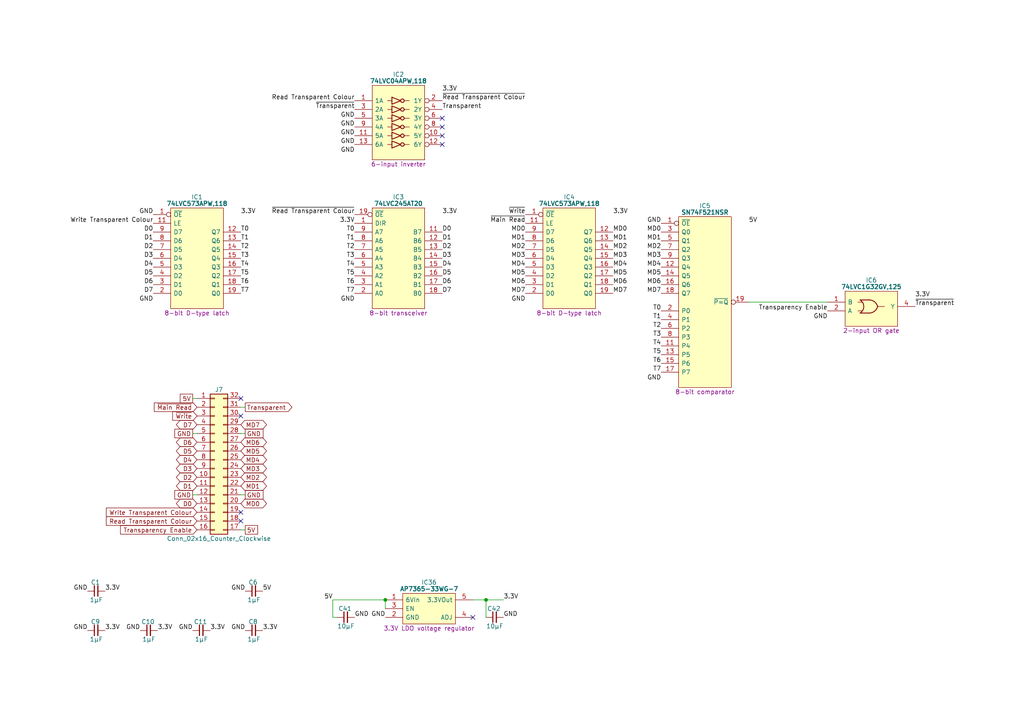
<source format=kicad_sch>
(kicad_sch (version 20231120) (generator "eeschema") (generator_version "8.0")
  (paper "A4")
  (title_block (title "Graphics Signals") (date "2024-09-05") (rev "V0"))
  (lib_symbols
    (symbol "Connector_Generic:Conn_02x16_Counter_Clockwise" (pin_names (offset 1.016) hide)
      (property "Reference" "J" (at 1.27 20.32 0))
      (property "Value" "Conn_02x16_Counter_Clockwise" (at 1.27 -22.86 0))
      (symbol "Conn_02x16_Counter_Clockwise_1_1"
        (rectangle (start -1.27 -20.193) (end 0 -20.447) (stroke (width 0.1524)))
        (rectangle (start -1.27 -17.653) (end 0 -17.907) (stroke (width 0.1524)))
        (rectangle (start -1.27 -15.113) (end 0 -15.367) (stroke (width 0.1524)))
        (rectangle (start -1.27 -12.573) (end 0 -12.827) (stroke (width 0.1524)))
        (rectangle (start -1.27 -10.033) (end 0 -10.287) (stroke (width 0.1524)))
        (rectangle (start -1.27 -7.493) (end 0 -7.747) (stroke (width 0.1524)))
        (rectangle (start -1.27 -4.953) (end 0 -5.207) (stroke (width 0.1524)))
        (rectangle (start -1.27 -2.413) (end 0 -2.667) (stroke (width 0.1524)))
        (rectangle (start -1.27 0.127) (end 0 -0.127) (stroke (width 0.1524)))
        (rectangle (start -1.27 2.667) (end 0 2.413) (stroke (width 0.1524)))
        (rectangle (start -1.27 5.207) (end 0 4.953) (stroke (width 0.1524)))
        (rectangle (start -1.27 7.747) (end 0 7.493) (stroke (width 0.1524)))
        (rectangle (start -1.27 10.287) (end 0 10.033) (stroke (width 0.1524)))
        (rectangle (start -1.27 12.827) (end 0 12.573) (stroke (width 0.1524)))
        (rectangle (start -1.27 15.367) (end 0 15.113) (stroke (width 0.1524)))
        (rectangle (start -1.27 17.907) (end 0 17.653) (stroke (width 0.1524)))
        (rectangle (start -1.27 19.05) (end 3.81 -21.59) (stroke (width 0.254)) (fill (type background)))
        (rectangle (start 3.81 -20.193) (end 2.54 -20.447) (stroke (width 0.1524)))
        (rectangle (start 3.81 -17.653) (end 2.54 -17.907) (stroke (width 0.1524)))
        (rectangle (start 3.81 -15.113) (end 2.54 -15.367) (stroke (width 0.1524)))
        (rectangle (start 3.81 -12.573) (end 2.54 -12.827) (stroke (width 0.1524)))
        (rectangle (start 3.81 -10.033) (end 2.54 -10.287) (stroke (width 0.1524)))
        (rectangle (start 3.81 -7.493) (end 2.54 -7.747) (stroke (width 0.1524)))
        (rectangle (start 3.81 -4.953) (end 2.54 -5.207) (stroke (width 0.1524)))
        (rectangle (start 3.81 -2.413) (end 2.54 -2.667) (stroke (width 0.1524)))
        (rectangle (start 3.81 0.127) (end 2.54 -0.127) (stroke (width 0.1524)))
        (rectangle (start 3.81 2.667) (end 2.54 2.413) (stroke (width 0.1524)))
        (rectangle (start 3.81 5.207) (end 2.54 4.953) (stroke (width 0.1524)))
        (rectangle (start 3.81 7.747) (end 2.54 7.493) (stroke (width 0.1524)))
        (rectangle (start 3.81 10.287) (end 2.54 10.033) (stroke (width 0.1524)))
        (rectangle (start 3.81 12.827) (end 2.54 12.573) (stroke (width 0.1524)))
        (rectangle (start 3.81 15.367) (end 2.54 15.113) (stroke (width 0.1524)))
        (rectangle (start 3.81 17.907) (end 2.54 17.653) (stroke (width 0.1524)))
        (pin passive line (at -5.08 17.78 0) (length 3.81) (name "Pin_1") (number "1"))
        (pin passive line (at -5.08 -5.08 0) (length 3.81) (name "Pin_10") (number "10"))
        (pin passive line (at -5.08 -7.62 0) (length 3.81) (name "Pin_11") (number "11"))
        (pin passive line (at -5.08 -10.16 0) (length 3.81) (name "Pin_12") (number "12"))
        (pin passive line (at -5.08 -12.7 0) (length 3.81) (name "Pin_13") (number "13"))
        (pin passive line (at -5.08 -15.24 0) (length 3.81) (name "Pin_14") (number "14"))
        (pin passive line (at -5.08 -17.78 0) (length 3.81) (name "Pin_15") (number "15"))
        (pin passive line (at -5.08 -20.32 0) (length 3.81) (name "Pin_16") (number "16"))
        (pin passive line (at 7.62 -20.32 180) (length 3.81) (name "Pin_17") (number "17"))
        (pin passive line (at 7.62 -17.78 180) (length 3.81) (name "Pin_18") (number "18"))
        (pin passive line (at 7.62 -15.24 180) (length 3.81) (name "Pin_19") (number "19"))
        (pin passive line (at -5.08 15.24 0) (length 3.81) (name "Pin_2") (number "2"))
        (pin passive line (at 7.62 -12.7 180) (length 3.81) (name "Pin_20") (number "20"))
        (pin passive line (at 7.62 -10.16 180) (length 3.81) (name "Pin_21") (number "21"))
        (pin passive line (at 7.62 -7.62 180) (length 3.81) (name "Pin_22") (number "22"))
        (pin passive line (at 7.62 -5.08 180) (length 3.81) (name "Pin_23") (number "23"))
        (pin passive line (at 7.62 -2.54 180) (length 3.81) (name "Pin_24") (number "24"))
        (pin passive line (at 7.62 0 180) (length 3.81) (name "Pin_25") (number "25"))
        (pin passive line (at 7.62 2.54 180) (length 3.81) (name "Pin_26") (number "26"))
        (pin passive line (at 7.62 5.08 180) (length 3.81) (name "Pin_27") (number "27"))
        (pin passive line (at 7.62 7.62 180) (length 3.81) (name "Pin_28") (number "28"))
        (pin passive line (at 7.62 10.16 180) (length 3.81) (name "Pin_29") (number "29"))
        (pin passive line (at -5.08 12.7 0) (length 3.81) (name "Pin_3") (number "3"))
        (pin passive line (at 7.62 12.7 180) (length 3.81) (name "Pin_30") (number "30"))
        (pin passive line (at 7.62 15.24 180) (length 3.81) (name "Pin_31") (number "31"))
        (pin passive line (at 7.62 17.78 180) (length 3.81) (name "Pin_32") (number "32"))
        (pin passive line (at -5.08 10.16 0) (length 3.81) (name "Pin_4") (number "4"))
        (pin passive line (at -5.08 7.62 0) (length 3.81) (name "Pin_5") (number "5"))
        (pin passive line (at -5.08 5.08 0) (length 3.81) (name "Pin_6") (number "6"))
        (pin passive line (at -5.08 2.54 0) (length 3.81) (name "Pin_7") (number "7"))
        (pin passive line (at -5.08 0 0) (length 3.81) (name "Pin_8") (number "8"))
        (pin passive line (at -5.08 -2.54 0) (length 3.81) (name "Pin_9") (number "9"))
      )
    )
    (symbol "Diodes_Inc:74LVC245AT20" (pin_names (offset 0.762))
      (property "Reference" "IC" (at 12.7 5.08 0))
      (property "Value" "74LVC245AT20" (at 12.7 3.175 0))
      (property "Description" "8-bit transceiver" (at 12.7 -28.575 0))
      (symbol "74LVC245AT20_0_0"
        (pin input line (at 0 -2.54 0) (length 5.08) (name "DIR") (number "1"))
        (pin passive line (at 0 -25.4 0) (length 5.08) hide (name "GND") (number "10"))
        (pin tri_state line (at 25.4 -5.08 180) (length 5.08) (name "B7") (number "11"))
        (pin tri_state line (at 25.4 -7.62 180) (length 5.08) (name "B6") (number "12"))
        (pin tri_state line (at 25.4 -10.16 180) (length 5.08) (name "B5") (number "13"))
        (pin tri_state line (at 25.4 -12.7 180) (length 5.08) (name "B4") (number "14"))
        (pin tri_state line (at 25.4 -15.24 180) (length 5.08) (name "B3") (number "15"))
        (pin tri_state line (at 25.4 -17.78 180) (length 5.08) (name "B2") (number "16"))
        (pin tri_state line (at 25.4 -20.32 180) (length 5.08) (name "B1") (number "17"))
        (pin tri_state line (at 25.4 -22.86 180) (length 5.08) (name "B0") (number "18"))
        (pin input inverted (at 0 0 0) (length 5.08) (name "~{OE}") (number "19"))
        (pin tri_state line (at 0 -22.86 0) (length 5.08) (name "A0") (number "2"))
        (pin tri_state line (at 0 -20.32 0) (length 5.08) (name "A1") (number "3"))
        (pin tri_state line (at 0 -17.78 0) (length 5.08) (name "A2") (number "4"))
        (pin tri_state line (at 0 -15.24 0) (length 5.08) (name "A3") (number "5"))
        (pin tri_state line (at 0 -12.7 0) (length 5.08) (name "A4") (number "6"))
        (pin tri_state line (at 0 -10.16 0) (length 5.08) (name "A5") (number "7"))
        (pin tri_state line (at 0 -7.62 0) (length 5.08) (name "A6") (number "8"))
        (pin tri_state line (at 0 -5.08 0) (length 5.08) (name "A7") (number "9"))
      )
      (symbol "74LVC245AT20_0_1"
        (polyline (pts (xy 5.08 1.905) (xy 20.32 1.905) (xy 20.32 -27.305) (xy 5.08 -27.305) (xy 5.08 1.905)) (stroke (width 0.1524)) (fill (type background)))
      )
      (symbol "74LVC245AT20_1_0"
        (pin passive line (at 25.4 0 180) (length 5.08) hide (name "3V") (number "20"))
      )
    )
    (symbol "Diodes_Inc:AP7365-33WG-7" (pin_names (offset 0.762))
      (property "Reference" "IC" (at 12.7 5.08 0))
      (property "Value" "AP7365-33WG-7" (at 12.7 3.175 0))
      (property "Description" "3.3V LDO voltage regulator" (at 12.7 -8.255 0))
      (symbol "AP7365-33WG-7_0_0"
        (pin passive line (at 0 -5.08 0) (length 5.08) (name "GND") (number "2"))
        (pin input line (at 0 -2.54 0) (length 5.08) (name "EN") (number "3"))
        (pin passive line (at 25.4 -5.08 180) (length 5.08) (name "ADJ") (number "4"))
      )
      (symbol "AP7365-33WG-7_0_1"
        (polyline (pts (xy 5.08 1.905) (xy 20.32 1.905) (xy 20.32 -6.985) (xy 5.08 -6.985) (xy 5.08 1.905)) (fill (type background)))
      )
      (symbol "AP7365-33WG-7_1_0"
        (pin passive line (at 0 0 0) (length 5.08) (name "6VIn") (number "1"))
        (pin passive line (at 25.4 0 180) (length 5.08) (name "3.3VOut") (number "5"))
      )
    )
    (symbol "HCP65:C_0805" (pin_numbers hide) (pin_names (offset 0.254) hide)
      (property "Reference" "C" (at 2.286 2.54 0))
      (property "Value" "?μF" (at 2.54 -2.54 0))
      (symbol "C_0805_0_1"
        (polyline (pts (xy 1.9685 -1.4605) (xy 1.9685 1.5875)) (stroke (width 0.3048)))
        (polyline (pts (xy 2.9845 -1.4605) (xy 2.9845 1.5875)) (stroke (width 0.3302)))
      )
      (symbol "C_0805_1_1"
        (pin passive line (at 0 0 0) (length 2.032) (name "~") (number "1"))
        (pin passive line (at 5.08 0 180) (length 2.032) (name "~") (number "2"))
      )
    )
    (symbol "Nexperia:74LVC04APW,118" (pin_names (offset 0.762))
      (property "Reference" "IC" (at 12.7 7.62 0))
      (property "Value" "74LVC04APW,118" (at 12.7 5.715 0))
      (property "Description" "6-input inverter" (at 12.7 -18.415 0))
      (symbol "74LVC04APW,118_0_0"
        (pin input line (at 0 0 0) (length 5.08) (name "1A") (number "1"))
        (pin output inverted (at 25.4 -10.16 180) (length 5.08) (name "5Y") (number "10"))
        (pin input line (at 0 -10.16 0) (length 5.08) (name "5A") (number "11"))
        (pin output inverted (at 25.4 -12.7 180) (length 5.08) (name "6Y") (number "12"))
        (pin input line (at 0 -12.7 0) (length 5.08) (name "6A") (number "13"))
        (pin passive line (at 25.4 2.54 180) (length 5.08) hide (name "3V") (number "14"))
        (pin output inverted (at 25.4 0 180) (length 5.08) (name "1Y") (number "2"))
        (pin input line (at 0 -2.54 0) (length 5.08) (name "2A") (number "3"))
        (pin output inverted (at 25.4 -2.54 180) (length 5.08) (name "2Y") (number "4"))
        (pin input line (at 0 -5.08 0) (length 5.08) (name "3A") (number "5"))
        (pin output inverted (at 25.4 -5.08 180) (length 5.08) (name "3Y") (number "6"))
        (pin passive line (at 0 -15.24 0) (length 5.08) hide (name "GND") (number "7"))
        (pin output inverted (at 25.4 -7.62 180) (length 5.08) (name "4Y") (number "8"))
        (pin input line (at 0 -7.62 0) (length 5.08) (name "4A") (number "9"))
      )
      (symbol "74LVC04APW,118_0_1"
        (polyline (pts (xy 9.525 -12.7) (xy 10.7949 -12.7)))
        (polyline (pts (xy 9.525 -10.16) (xy 10.7949 -10.16)))
        (polyline (pts (xy 9.525 -7.62) (xy 10.7949 -7.62)))
        (polyline (pts (xy 9.525 -5.08) (xy 10.7949 -5.08)))
        (polyline (pts (xy 9.525 -2.54) (xy 10.7949 -2.54)))
        (polyline (pts (xy 9.525 0) (xy 10.7949 0)))
        (polyline (pts (xy 14.351 -12.7) (xy 15.875 -12.7)))
        (polyline (pts (xy 14.351 -10.16) (xy 15.875 -10.16)))
        (polyline (pts (xy 14.351 -7.62) (xy 15.875 -7.62)))
        (polyline (pts (xy 14.351 -5.08) (xy 15.875 -5.08)))
        (polyline (pts (xy 14.351 -2.54) (xy 15.875 -2.54)))
        (polyline (pts (xy 14.351 0) (xy 15.875 0)))
        (polyline (pts (xy 10.795 -13.716) (xy 13.335 -12.7) (xy 10.795 -11.684)) (stroke (width 0.254)))
        (polyline (pts (xy 10.795 -11.176) (xy 13.335 -10.16) (xy 10.795 -9.144)) (stroke (width 0.254)))
        (polyline (pts (xy 10.795 -8.636) (xy 13.335 -7.62) (xy 10.795 -6.604)) (stroke (width 0.254)))
        (polyline (pts (xy 10.795 -6.096) (xy 13.335 -5.08) (xy 10.795 -4.064)) (stroke (width 0.254)))
        (polyline (pts (xy 10.795 -3.556) (xy 13.335 -2.54) (xy 10.795 -1.524)) (stroke (width 0.254)))
        (polyline (pts (xy 10.795 -1.016) (xy 13.335 0) (xy 10.795 1.016)) (stroke (width 0.254)))
        (polyline (pts (xy 5.08 4.445) (xy 20.32 4.445) (xy 20.32 -17.145) (xy 5.08 -17.145) (xy 5.08 4.445)) (stroke (width 0.1524)) (fill (type background)))
        (rectangle (start 10.795 -11.684) (end 10.795 -13.716) (stroke (width 0.254)) (fill (type background)))
        (rectangle (start 10.795 -9.144) (end 10.795 -11.176) (stroke (width 0.254)) (fill (type background)))
        (rectangle (start 10.795 -6.604) (end 10.795 -8.636) (stroke (width 0.254)) (fill (type background)))
        (rectangle (start 10.795 -4.064) (end 10.795 -6.096) (stroke (width 0.254)) (fill (type background)))
        (rectangle (start 10.795 -1.524) (end 10.795 -3.556) (stroke (width 0.254)) (fill (type background)))
        (rectangle (start 10.795 1.016) (end 10.795 -1.016) (stroke (width 0.254)) (fill (type background)))
        (circle (center 13.843 -12.7) (radius 0.508) (stroke (width 0.254)))
        (circle (center 13.843 -10.16) (radius 0.508) (stroke (width 0.254)))
        (circle (center 13.843 -7.62) (radius 0.508) (stroke (width 0.254)))
        (circle (center 13.843 -5.08) (radius 0.508) (stroke (width 0.254)))
        (circle (center 13.843 -2.54) (radius 0.508) (stroke (width 0.254)))
        (circle (center 13.843 0) (radius 0.508) (stroke (width 0.254)))
      )
    )
    (symbol "Nexperia:74LVC1G32GV,125" (pin_names (offset 0.762))
      (property "Reference" "IC" (at 12.7 6.35 0))
      (property "Value" "74LVC1G32GV,125" (at 12.7 4.445 0))
      (property "Description" "2-input OR gate" (at 12.7 -8.255 0))
      (symbol "74LVC1G32GV,125_0_0"
        (pin input line (at 0 0 0) (length 5.08) (name "B") (number "1"))
        (pin input line (at 0 -2.54 0) (length 5.08) (name "A") (number "2"))
        (pin passive line (at 0 -5.08 0) (length 5.08) hide (name "GND") (number "3"))
        (pin output line (at 25.4 -1.27 180) (length 5.08) (name "Y") (number "4"))
        (pin passive line (at 25.4 1.27 180) (length 5.08) hide (name "3V") (number "5"))
      )
      (symbol "74LVC1G32GV,125_0_1"
        (polyline (pts (xy 8.802 -2.54) (xy 10.0719 -2.54)))
        (polyline (pts (xy 8.802 0) (xy 10.0719 0)))
        (polyline (pts (xy 11.977 -3.175) (xy 9.437 -3.175)) (stroke (width 0.254)) (fill (type background)))
        (polyline (pts (xy 11.977 0.635) (xy 9.437 0.635)) (stroke (width 0.254)) (fill (type background)))
        (polyline (pts (xy 14.605 -1.27) (xy 16.51 -1.27)))
        (polyline (pts (xy 5.08 3.175) (xy 20.32 3.175) (xy 20.32 -6.985) (xy 5.08 -6.985) (xy 5.08 3.175)) (stroke (width 0.1524)) (fill (type background)))
        (arc (start 9.437 -3.175) (mid 10.4969 -1.27) (end 9.437 0.635) (stroke (width 0.254)))
        (arc (start 11.977 -3.175) (mid 13.5751 -2.6601) (end 14.517 -1.27) (stroke (width 0.254)))
        (arc (start 14.517 -1.27) (mid 13.5761 0.1213) (end 11.977 0.635) (stroke (width 0.254)))
      )
    )
    (symbol "Nexperia:74LVC573APW,118" (pin_names (offset 0.762))
      (property "Reference" "IC" (at 12.7 5.08 0))
      (property "Value" "74LVC573APW,118" (at 12.7 3.175 0))
      (property "Description" "8-bit D-type latch" (at 12.7 -28.575 0))
      (symbol "74LVC573APW,118_0_0"
        (pin input inverted (at 0 0 0) (length 5.08) (name "~{OE}") (number "1"))
        (pin passive line (at 0 -25.4 0) (length 5.08) hide (name "GND") (number "10"))
        (pin input line (at 0 -2.54 0) (length 5.08) (name "LE") (number "11"))
        (pin tri_state line (at 25.4 -5.08 180) (length 5.08) (name "Q7") (number "12"))
        (pin tri_state line (at 25.4 -7.62 180) (length 5.08) (name "Q6") (number "13"))
        (pin tri_state line (at 25.4 -10.16 180) (length 5.08) (name "Q5") (number "14"))
        (pin tri_state line (at 25.4 -12.7 180) (length 5.08) (name "Q4") (number "15"))
        (pin tri_state line (at 25.4 -15.24 180) (length 5.08) (name "Q3") (number "16"))
        (pin tri_state line (at 25.4 -17.78 180) (length 5.08) (name "Q2") (number "17"))
        (pin tri_state line (at 25.4 -20.32 180) (length 5.08) (name "Q1") (number "18"))
        (pin tri_state line (at 25.4 -22.86 180) (length 5.08) (name "Q0") (number "19"))
        (pin input line (at 0 -22.86 0) (length 5.08) (name "D0") (number "2"))
        (pin passive line (at 25.4 0 180) (length 5.08) hide (name "3V") (number "20"))
        (pin input line (at 0 -20.32 0) (length 5.08) (name "D1") (number "3"))
        (pin input line (at 0 -17.78 0) (length 5.08) (name "D2") (number "4"))
        (pin input line (at 0 -15.24 0) (length 5.08) (name "D3") (number "5"))
        (pin input line (at 0 -12.7 0) (length 5.08) (name "D4") (number "6"))
        (pin input line (at 0 -10.16 0) (length 5.08) (name "D5") (number "7"))
        (pin input line (at 0 -7.62 0) (length 5.08) (name "D6") (number "8"))
        (pin input line (at 0 -5.08 0) (length 5.08) (name "D7") (number "9"))
      )
      (symbol "74LVC573APW,118_0_1"
        (polyline (pts (xy 5.08 1.905) (xy 20.32 1.905) (xy 20.32 -27.305) (xy 5.08 -27.305) (xy 5.08 1.905)) (stroke (width 0.1524)) (fill (type background)))
      )
    )
    (symbol "Texas_Instruments:SN74F521NSR" (pin_names (offset 0.762))
      (property "Reference" "IC" (at 12.7 5.08 0))
      (property "Value" "SN74F521NSR" (at 12.7 3.175 0))
      (property "Description" "8-bit comparator" (at 12.7 -48.895 0))
      (symbol "SN74F521NSR_0_0"
        (pin input inverted (at 0 0 0) (length 5.08) (name "~{OE}") (number "1"))
        (pin input line (at 0 -35.56 0) (length 5.08) (name "P4") (number "11"))
        (pin input line (at 0 -12.7 0) (length 5.08) (name "Q4") (number "12"))
        (pin input line (at 0 -38.1 0) (length 5.08) (name "P5") (number "13"))
        (pin input line (at 0 -15.24 0) (length 5.08) (name "Q5") (number "14"))
        (pin input line (at 0 -40.64 0) (length 5.08) (name "P6") (number "15"))
        (pin input line (at 0 -17.78 0) (length 5.08) (name "Q6") (number "16"))
        (pin input line (at 0 -43.18 0) (length 5.08) (name "P7") (number "17"))
        (pin input line (at 0 -20.32 0) (length 5.08) (name "Q7") (number "18"))
        (pin output inverted (at 25.4 -22.86 180) (length 5.08) (name "~{P=Q}") (number "19"))
        (pin input line (at 0 -25.4 0) (length 5.08) (name "P0") (number "2"))
        (pin input line (at 0 -2.54 0) (length 5.08) (name "Q0") (number "3"))
        (pin input line (at 0 -27.94 0) (length 5.08) (name "P1") (number "4"))
        (pin input line (at 0 -5.08 0) (length 5.08) (name "Q1") (number "5"))
        (pin input line (at 0 -30.48 0) (length 5.08) (name "P2") (number "6"))
        (pin input line (at 0 -7.62 0) (length 5.08) (name "Q2") (number "7"))
        (pin input line (at 0 -33.02 0) (length 5.08) (name "P3") (number "8"))
        (pin input line (at 0 -10.16 0) (length 5.08) (name "Q3") (number "9"))
      )
      (symbol "SN74F521NSR_0_1"
        (polyline (pts (xy 5.08 1.905) (xy 20.32 1.905) (xy 20.32 -47.625) (xy 5.08 -47.625) (xy 5.08 1.905)) (stroke (width 0.1524)) (fill (type background)))
      )
      (symbol "SN74F521NSR_1_0"
        (pin passive line (at 0 -45.72 0) (length 5.08) hide (name "GND") (number "10"))
        (pin passive line (at 25.4 0 180) (length 5.08) hide (name "5V") (number "20"))
      )
    )
  )
  (junction (at 111.76 173.99))
  (junction (at 140.97 173.99))
  (no_connect (at 137.16 179.07))
  (no_connect (at 128.27 41.91))
  (no_connect (at 128.27 36.83))
  (no_connect (at 128.27 39.37))
  (no_connect (at 69.85 120.65))
  (no_connect (at 69.85 115.57))
  (no_connect (at 69.85 148.59))
  (no_connect (at 128.27 34.29))
  (no_connect (at 69.85 151.13))
  (wire (pts (xy 137.16 173.99) (xy 140.97 173.99)))
  (wire (pts (xy 140.97 179.07) (xy 140.97 173.99)))
  (wire (pts (xy 55.88 125.73) (xy 57.15 125.73)))
  (wire (pts (xy 71.12 153.67) (xy 69.85 153.67)))
  (wire (pts (xy 71.12 118.11) (xy 69.85 118.11)))
  (wire (pts (xy 217.17 87.63) (xy 240.03 87.63)))
  (wire (pts (xy 55.88 115.57) (xy 57.15 115.57)))
  (wire (pts (xy 96.52 173.99) (xy 96.52 179.07)))
  (wire (pts (xy 96.52 179.07) (xy 97.79 179.07)))
  (wire (pts (xy 111.76 173.99) (xy 111.76 176.53)))
  (wire (pts (xy 71.12 125.73) (xy 69.85 125.73)))
  (wire (pts (xy 96.52 173.99) (xy 111.76 173.99)))
  (wire (pts (xy 71.12 143.51) (xy 69.85 143.51)))
  (wire (pts (xy 55.88 143.51) (xy 57.15 143.51)))
  (wire (pts (xy 140.97 173.99) (xy 146.05 173.99)))
  (label "~{Read Transparent Colour}" (at 128.27 29.21 0))
  (label "~{Read Transparent Colour}" (at 102.87 62.23 180))
  (label "Read Transparent Colour" (at 102.87 29.21 180))
  (label "MD1" (at 191.77 69.85 180))
  (label "GND" (at 102.87 39.37 180))
  (label "3.3V" (at 30.48 182.88 0))
  (label "T0" (at 102.87 67.31 180))
  (label "D4" (at 128.27 77.47 0))
  (label "GND" (at 25.4 182.88 180))
  (label "T1" (at 191.77 92.71 180))
  (label "MD3" (at 177.8 74.93 0))
  (label "GND" (at 71.12 171.45 180))
  (label "T6" (at 191.77 105.41 180))
  (label "Write Transparent Colour" (at 44.45 64.77 180))
  (label "3.3V" (at 128.27 62.23 0))
  (label "T6" (at 69.85 82.55 0))
  (label "MD7" (at 177.8 85.09 0))
  (label "T4" (at 69.85 77.47 0))
  (label "GND" (at 146.05 179.07 0))
  (label "T0" (at 69.85 67.31 0))
  (label "T7" (at 102.87 85.09 180))
  (label "GND" (at 111.76 179.07 180))
  (label "3.3V" (at 69.85 62.23 0))
  (label "MD3" (at 152.4 74.93 180))
  (label "GND" (at 191.77 64.77 180))
  (label "3.3V" (at 128.27 26.67 0))
  (label "MD7" (at 152.4 85.09 180))
  (label "Transparency Enable" (at 240.03 90.17 180))
  (label "GND" (at 152.4 87.63 180))
  (label "MD5" (at 177.8 80.01 0))
  (label "GND" (at 191.77 110.49 180))
  (label "T0" (at 191.77 90.17 180))
  (label "MD4" (at 177.8 77.47 0))
  (label "D3" (at 44.45 74.93 180))
  (label "D1" (at 128.27 69.85 0))
  (label "MD6" (at 152.4 82.55 180))
  (label "MD2" (at 191.77 72.39 180))
  (label "D6" (at 128.27 82.55 0))
  (label "GND" (at 102.87 36.83 180))
  (label "GND" (at 102.87 87.63 180))
  (label "5V" (at 96.52 173.99 180))
  (label "MD4" (at 152.4 77.47 180))
  (label "D7" (at 44.45 85.09 180))
  (label "3.3V" (at 45.72 182.88 0))
  (label "Transparent" (at 128.27 31.75 0))
  (label "5V" (at 217.17 64.77 0))
  (label "T1" (at 102.87 69.85 180))
  (label "T5" (at 102.87 80.01 180))
  (label "3.3V" (at 102.87 64.77 180))
  (label "T1" (at 69.85 69.85 0))
  (label "T3" (at 102.87 74.93 180))
  (label "D0" (at 128.27 67.31 0))
  (label "D4" (at 44.45 77.47 180))
  (label "MD5" (at 152.4 80.01 180))
  (label "T7" (at 69.85 85.09 0))
  (label "3.3V" (at 146.05 173.99 0))
  (label "D5" (at 44.45 80.01 180))
  (label "T6" (at 102.87 82.55 180))
  (label "3.3V" (at 60.96 182.88 0))
  (label "GND" (at 102.87 44.45 180))
  (label "3.3V" (at 30.48 171.45 0))
  (label "GND" (at 44.45 87.63 180))
  (label "~{Transparent}" (at 102.87 31.75 180))
  (label "MD4" (at 191.77 77.47 180))
  (label "GND" (at 240.03 92.71 180))
  (label "T5" (at 191.77 102.87 180))
  (label "MD2" (at 152.4 72.39 180))
  (label "T3" (at 191.77 97.79 180))
  (label "T2" (at 69.85 72.39 0))
  (label "T2" (at 191.77 95.25 180))
  (label "GND" (at 25.4 171.45 180))
  (label "D2" (at 44.45 72.39 180))
  (label "GND" (at 44.45 62.23 180))
  (label "D5" (at 128.27 80.01 0))
  (label "T7" (at 191.77 107.95 180))
  (label "5V" (at 76.2 171.45 0))
  (label "MD6" (at 177.8 82.55 0))
  (label "GND" (at 40.64 182.88 180))
  (label "T4" (at 191.77 100.33 180))
  (label "MD0" (at 177.8 67.31 0))
  (label "3.3V" (at 76.2 182.88 0))
  (label "T2" (at 102.87 72.39 180))
  (label "T4" (at 102.87 77.47 180))
  (label "GND" (at 102.87 41.91 180))
  (label "D2" (at 128.27 72.39 0))
  (label "T3" (at 69.85 74.93 0))
  (label "MD2" (at 177.8 72.39 0))
  (label "MD0" (at 152.4 67.31 180))
  (label "MD5" (at 191.77 80.01 180))
  (label "MD7" (at 191.77 85.09 180))
  (label "D3" (at 128.27 74.93 0))
  (label "MD3" (at 191.77 74.93 180))
  (label "GND" (at 55.88 182.88 180))
  (label "MD0" (at 191.77 67.31 180))
  (label "GND" (at 71.12 182.88 180))
  (label "T5" (at 69.85 80.01 0))
  (label "3.3V" (at 265.43 86.36 0))
  (label "~{Write}" (at 152.4 62.23 180))
  (label "3.3V" (at 177.8 62.23 0))
  (label "~{Transparent}" (at 265.43 88.9 0))
  (label "D7" (at 128.27 85.09 0))
  (label "D6" (at 44.45 82.55 180))
  (label "GND" (at 102.87 34.29 180))
  (label "MD6" (at 191.77 82.55 180))
  (label "~{Main Read}" (at 152.4 64.77 180))
  (label "MD1" (at 152.4 69.85 180))
  (label "MD1" (at 177.8 69.85 0))
  (label "GND" (at 102.87 179.07 0))
  (label "D0" (at 44.45 67.31 180))
  (label "D1" (at 44.45 69.85 180))
  (global_label "D6" (shape tri_state) (at 57.15 128.27 180) (property "Intersheetrefs" "${INTERSHEET_REFS}" (effects (hide yes))))
  (global_label "5V" (shape passive) (at 55.88 115.57 180) (property "Intersheetrefs" "${INTERSHEET_REFS}" (effects (hide yes))))
  (global_label "MD1" (shape tri_state) (at 69.85 140.97 0) (property "Intersheetrefs" "${INTERSHEET_REFS}" (effects (hide yes))))
  (global_label "~{Write}" (shape input) (at 57.15 120.65 180) (property "Intersheetrefs" "${INTERSHEET_REFS}" (effects (hide yes))))
  (global_label "MD3" (shape tri_state) (at 69.85 135.89 0) (property "Intersheetrefs" "${INTERSHEET_REFS}" (effects (hide yes))))
  (global_label "MD0" (shape tri_state) (at 69.85 146.05 0) (property "Intersheetrefs" "${INTERSHEET_REFS}" (effects (hide yes))))
  (global_label "Transparency Enable" (shape input) (at 57.15 153.67 180) (property "Intersheetrefs" "${INTERSHEET_REFS}" (effects (hide yes))))
  (global_label "D1" (shape tri_state) (at 57.15 140.97 180) (property "Intersheetrefs" "${INTERSHEET_REFS}" (effects (hide yes))))
  (global_label "GND" (shape passive) (at 71.12 143.51 0) (property "Intersheetrefs" "${INTERSHEET_REFS}" (effects (hide yes))))
  (global_label "D5" (shape tri_state) (at 57.15 130.81 180) (property "Intersheetrefs" "${INTERSHEET_REFS}" (effects (hide yes))))
  (global_label "GND" (shape passive) (at 55.88 143.51 180) (property "Intersheetrefs" "${INTERSHEET_REFS}" (effects (hide yes))))
  (global_label "D4" (shape tri_state) (at 57.15 133.35 180) (property "Intersheetrefs" "${INTERSHEET_REFS}" (effects (hide yes))))
  (global_label "Read Transparent Colour" (shape input) (at 57.15 151.13 180) (property "Intersheetrefs" "${INTERSHEET_REFS}" (effects (hide yes))))
  (global_label "MD6" (shape tri_state) (at 69.85 128.27 0) (property "Intersheetrefs" "${INTERSHEET_REFS}" (effects (hide yes))))
  (global_label "5V" (shape passive) (at 71.12 153.67 0) (property "Intersheetrefs" "${INTERSHEET_REFS}" (effects (hide yes))))
  (global_label "~{Main Read}" (shape input) (at 57.15 118.11 180) (property "Intersheetrefs" "${INTERSHEET_REFS}" (effects (hide yes))))
  (global_label "D7" (shape tri_state) (at 57.15 123.19 180) (property "Intersheetrefs" "${INTERSHEET_REFS}" (effects (hide yes))))
  (global_label "Write Transparent Colour" (shape input) (at 57.15 148.59 180) (property "Intersheetrefs" "${INTERSHEET_REFS}" (effects (hide yes))))
  (global_label "MD2" (shape tri_state) (at 69.85 138.43 0) (property "Intersheetrefs" "${INTERSHEET_REFS}" (effects (hide yes))))
  (global_label "GND" (shape passive) (at 71.12 125.73 0) (property "Intersheetrefs" "${INTERSHEET_REFS}" (effects (hide yes))))
  (global_label "D0" (shape tri_state) (at 57.15 146.05 180) (property "Intersheetrefs" "${INTERSHEET_REFS}" (effects (hide yes))))
  (global_label "GND" (shape passive) (at 55.88 125.73 180) (property "Intersheetrefs" "${INTERSHEET_REFS}" (effects (hide yes))))
  (global_label "Transparent" (shape output) (at 71.12 118.11 0) (property "Intersheetrefs" "${INTERSHEET_REFS}" (effects (hide yes))))
  (global_label "MD5" (shape tri_state) (at 69.85 130.81 0) (property "Intersheetrefs" "${INTERSHEET_REFS}" (effects (hide yes))))
  (global_label "D3" (shape tri_state) (at 57.15 135.89 180) (property "Intersheetrefs" "${INTERSHEET_REFS}" (effects (hide yes))))
  (global_label "D2" (shape tri_state) (at 57.15 138.43 180) (property "Intersheetrefs" "${INTERSHEET_REFS}" (effects (hide yes))))
  (global_label "MD4" (shape tri_state) (at 69.85 133.35 0) (property "Intersheetrefs" "${INTERSHEET_REFS}" (effects (hide yes))))
  (global_label "MD7" (shape tri_state) (at 69.85 123.19 0) (property "Intersheetrefs" "${INTERSHEET_REFS}" (effects (hide yes))))
  (symbol (lib_id "HCP65:C_0805") (at 140.97 179.07 0) (unit 1)
    (property "Reference" "C42" (at 143.256 176.53 0))
    (property "Value" "10μF" (at 143.51 181.61 0))
    (property "Footprint" "SamacSys_Parts:C_0805" (effects (hide yes)))
  )
  (symbol (lib_id "Nexperia:74LVC04APW,118") (at 102.87 29.21 0) (unit 1)
    (property "Reference" "IC2" (at 115.57 21.59 0))
    (property "Value" "74LVC04APW,118" (at 115.57 23.495 0) (effects (font (bold yes))))
    (property "Footprint" "SamacSys_Parts:SOP65P640X110-14N" (effects (hide yes)))
    (property "Datasheet" "https://assets.nexperia.com/documents/data-sheet/74LVC04A.pdf" (effects (hide yes)))
    (property "Description" "6-input inverter" (at 115.57 47.625 0))
    (property "Height" "1.1" (effects (hide yes)))
    (property "Manufacturer_Name" "Nexperia" (effects (hide yes)))
    (property "Manufacturer_Part_Number" "74LVC04APW,118" (effects (hide yes)))
    (property "Mouser Part Number" "771-74LVC04APW-T" (effects (hide yes)))
    (property "Mouser Price/Stock" "https://www.mouser.co.uk/ProductDetail/Nexperia/74LVC04APW118?qs=me8TqzrmIYUA5zXidd9%2F4g%3D%3D" (effects (hide yes)))
    (property "Silkscreen" "74LVC04" (effects (hide yes)))
  )
  (symbol (lib_id "Connector_Generic:Conn_02x16_Counter_Clockwise") (at 62.23 133.35 0) (unit 1)
    (property "Reference" "J7" (at 63.5 113.03 0))
    (property "Value" "Conn_02x16_Counter_Clockwise" (at 63.5 156.21 0))
    (property "Footprint" "SamacSys_Parts:DIP-32_Board_W22.86mm" (effects (hide yes)))
    (property "Description" "Generic connector, double row, 02x16, counter clockwise pin numbering scheme (similar to DIP package numbering), script generated (kicad-library-utils/schlib/autogen/connector/)" (effects (hide yes)))
  )
  (symbol (lib_id "Nexperia:74LVC573APW,118") (at 152.4 62.23 0) (unit 1)
    (property "Reference" "IC4" (at 165.1 57.15 0))
    (property "Value" "74LVC573APW,118" (at 165.1 59.055 0) (effects (font (bold yes))))
    (property "Footprint" "SamacSys_Parts:SOP65P640X110-20N" (effects (hide yes)))
    (property "Datasheet" "https://assets.nexperia.com/documents/data-sheet/74LVC573A.pdf" (effects (hide yes)))
    (property "Description" "8-bit D-type latch" (at 165.1 90.805 0))
    (property "Height" "1.1" (effects (hide yes)))
    (property "Mouser Part Number" "771-74LVC573APW-T" (effects (hide yes)))
    (property "Mouser Price/Stock" "https://www.mouser.co.uk/ProductDetail/Nexperia/74LVC573APW118/?qs=me8TqzrmIYU4mlL%252B5pgpig%3D%3D" (effects (hide yes)))
    (property "Manufacturer_Name" "Nexperia" (effects (hide yes)))
    (property "Manufacturer_Part_Number" "74LVC573APW,118" (effects (hide yes)))
    (property "Silkscreen" "74LVC573" (effects (hide yes)))
    (property "Garbage" "74LVC573A - Octal D-type transparent latch with 5 V tolerant inputs/outputs; 3-state@en-us" (effects (hide yes)))
  )
  (symbol (lib_id "Diodes_Inc:74LVC245AT20") (at 102.87 62.23 0) (unit 1)
    (property "Reference" "IC3" (at 115.57 57.15 0))
    (property "Value" "74LVC245AT20" (at 115.57 59.055 0) (effects (font (bold yes))))
    (property "Footprint" "SamacSys_Parts:SOP65P640X120-20N" (effects (hide yes)))
    (property "Datasheet" "https://www.diodes.com/assets/Datasheets/74LVC245A.pdf" (effects (hide yes)))
    (property "Description" "8-bit transceiver" (at 115.57 90.805 0))
    (property "Height" "1.2" (effects (hide yes)))
    (property "Manufacturer_Name" "Diodes Inc." (effects (hide yes)))
    (property "Manufacturer_Part_Number" "74LVC245AT20-13" (effects (hide yes)))
    (property "Mouser Part Number" "621-74LVC245AT20-13" (effects (hide yes)))
    (property "Mouser Price/Stock" "https://www.mouser.co.uk/ProductDetail/Diodes-Incorporated/74LVC245AT20-13?qs=IvkZ4pJZlB2XcM151iWWTw%3D%3D" (effects (hide yes)))
    (property "Silkscreen" "74LVC245" (effects (hide yes)))
    (property "Garbage" "Bus Transceivers Octal Buffer Trans 3-State Outputs" (effects (hide yes)))
  )
  (symbol (lib_id "HCP65:C_0805") (at 25.4 171.45 0) (unit 1)
    (property "Reference" "C1" (at 27.686 168.91 0))
    (property "Value" "1μF" (at 27.94 173.99 0))
    (property "Footprint" "SamacSys_Parts:C_0805" (effects (hide yes)))
  )
  (symbol (lib_id "HCP65:C_0805") (at 97.79 179.07 0) (unit 1)
    (property "Reference" "C41" (at 100.076 176.53 0))
    (property "Value" "10μF" (at 100.33 181.61 0))
    (property "Footprint" "SamacSys_Parts:C_0805" (effects (hide yes)))
  )
  (symbol (lib_id "Nexperia:74LVC573APW,118") (at 44.45 62.23 0) (unit 1)
    (property "Reference" "IC1" (at 57.15 57.15 0))
    (property "Value" "74LVC573APW,118" (at 57.15 59.055 0) (effects (font (bold yes))))
    (property "Footprint" "SamacSys_Parts:SOP65P640X110-20N" (effects (hide yes)))
    (property "Datasheet" "https://assets.nexperia.com/documents/data-sheet/74LVC573A.pdf" (effects (hide yes)))
    (property "Description" "8-bit D-type latch" (at 57.15 90.805 0))
    (property "Height" "1.1" (effects (hide yes)))
    (property "Mouser Part Number" "771-74LVC573APW-T" (effects (hide yes)))
    (property "Mouser Price/Stock" "https://www.mouser.co.uk/ProductDetail/Nexperia/74LVC573APW118/?qs=me8TqzrmIYU4mlL%252B5pgpig%3D%3D" (effects (hide yes)))
    (property "Manufacturer_Name" "Nexperia" (effects (hide yes)))
    (property "Manufacturer_Part_Number" "74LVC573APW,118" (effects (hide yes)))
    (property "Silkscreen" "74LVC573" (effects (hide yes)))
    (property "Garbage" "74LVC573A - Octal D-type transparent latch with 5 V tolerant inputs/outputs; 3-state@en-us" (effects (hide yes)))
  )
  (symbol (lib_id "HCP65:C_0805") (at 71.12 171.45 0) (unit 1)
    (property "Reference" "C6" (at 73.406 168.91 0))
    (property "Value" "1μF" (at 73.66 173.99 0))
    (property "Footprint" "SamacSys_Parts:C_0805" (effects (hide yes)))
  )
  (symbol (lib_id "HCP65:C_0805") (at 40.64 182.88 0) (unit 1)
    (property "Reference" "C10" (at 42.926 180.34 0))
    (property "Value" "1μF" (at 43.18 185.42 0))
    (property "Footprint" "SamacSys_Parts:C_0805" (effects (hide yes)))
  )
  (symbol (lib_id "Diodes_Inc:AP7365-33WG-7") (at 111.76 173.99 0) (unit 1)
    (property "Reference" "IC36" (at 124.46 168.91 0))
    (property "Value" "AP7365-33WG-7" (at 124.46 170.815 0) (effects (font (bold yes))))
    (property "Footprint" "SamacSys_Parts:SOT95P285X130-5N" (effects (hide yes)))
    (property "Datasheet" "https://componentsearchengine.com/Datasheets/1/AP7365-33WG-7.pdf" (effects (hide yes)))
    (property "Description" "3.3V LDO voltage regulator" (at 124.46 182.245 0))
    (property "Height" "1.3" (effects (hide yes)))
    (property "Manufacturer_Name" "Diodes Inc." (effects (hide yes)))
    (property "Manufacturer_Part_Number" "AP7365-33WG-7" (effects (hide yes)))
    (property "Mouser Part Number" "621-AP7365-33WG-7" (effects (hide yes)))
    (property "Mouser Price/Stock" "https://www.mouser.co.uk/ProductDetail/Diodes-Incorporated/AP7365-33WG-7?qs=abZ1nkZpTuOZFvxvoFPL0w%3D%3D" (effects (hide yes)))
    (property "Arrow Part Number" "AP7365-33WG-7" (effects (hide yes)))
    (property "Arrow Price/Stock" "https://www.arrow.com/en/products/ap7365-33wg-7/diodes-incorporated?region=nac" (effects (hide yes)))
    (property "Silkscreen" "AP7365" (effects (hide yes)))
  )
  (symbol (lib_id "Nexperia:74LVC1G32GV,125") (at 240.03 87.63 0) (unit 1)
    (property "Reference" "IC6" (at 252.73 81.28 0))
    (property "Value" "74LVC1G32GV,125" (at 252.73 83.185 0) (effects (font (bold yes))))
    (property "Footprint" "SamacSys_Parts:SOT95P275X110-5N" (effects (hide yes)))
    (property "Datasheet" "https://assets.nexperia.com/documents/data-sheet/74LVC1G32.pdf" (effects (hide yes)))
    (property "Description" "2-input OR gate" (at 252.73 95.885 0))
    (property "Height" "1.1" (effects (hide yes)))
    (property "Manufacturer_Name" "Nexperia" (effects (hide yes)))
    (property "Manufacturer_Part_Number" "74LVC1G32GV,125" (effects (hide yes)))
    (property "Mouser Part Number" "771-LVC1G32GV125" (effects (hide yes)))
    (property "Mouser Price/Stock" "https://www.mouser.co.uk/ProductDetail/Nexperia/74LVC1G32GV125?qs=me8TqzrmIYXExQH4V9SARg%3D%3D" (effects (hide yes)))
    (property "Silkscreen" "'1G32" (effects (hide yes)))
    (property "Garbage" "NEXPERIA - 74LVC1G32GV,125 - OR GATE, SINGLE, 2 I/P, SC-74A-5" (effects (hide yes)))
  )
  (symbol (lib_id "Texas_Instruments:SN74F521NSR") (at 191.77 64.77 0) (unit 1)
    (property "Reference" "IC5" (at 204.47 59.69 0))
    (property "Value" "SN74F521NSR" (at 204.47 61.595 0) (effects (font (bold yes))))
    (property "Footprint" "SamacSys_Parts:SOIC127P780X200-20N" (effects (hide yes)))
    (property "Datasheet" "http://www.ti.com/lit/gpn/sn74f521" (effects (hide yes)))
    (property "Description" "8-bit comparator" (at 204.47 113.665 0))
    (property "Height" "2" (effects (hide yes)))
    (property "Mouser Part Number" "595-SN74F521NSR" (effects (hide yes)))
    (property "Mouser Price/Stock" "https://www.mouser.co.uk/ProductDetail/Texas-Instruments/SN74F521NSR?qs=mE33ZKBHyE6KJhInhzfN1g%3D%3D" (effects (hide yes)))
    (property "Manufacturer_Name" "Texas Instruments" (effects (hide yes)))
    (property "Manufacturer_Part_Number" "SN74F521NSR" (effects (hide yes)))
    (property "Silkscreen" "74F521" (effects (hide yes)))
    (property "Garbage" "8-Bit Identity/Magnitude Comparators (P=Q) with Enable" (effects (hide yes)))
  )
  (symbol (lib_id "HCP65:C_0805") (at 25.4 182.88 0) (unit 1)
    (property "Reference" "C9" (at 27.686 180.34 0))
    (property "Value" "1μF" (at 27.94 185.42 0))
    (property "Footprint" "SamacSys_Parts:C_0805" (effects (hide yes)))
  )
  (symbol (lib_id "HCP65:C_0805") (at 71.12 182.88 0) (unit 1)
    (property "Reference" "C8" (at 73.406 180.34 0))
    (property "Value" "1μF" (at 73.66 185.42 0))
    (property "Footprint" "SamacSys_Parts:C_0805" (effects (hide yes)))
  )
  (symbol (lib_id "HCP65:C_0805") (at 55.88 182.88 0) (unit 1)
    (property "Reference" "C11" (at 58.166 180.34 0))
    (property "Value" "1μF" (at 58.42 185.42 0))
    (property "Footprint" "SamacSys_Parts:C_0805" (effects (hide yes)))
  )
)
</source>
